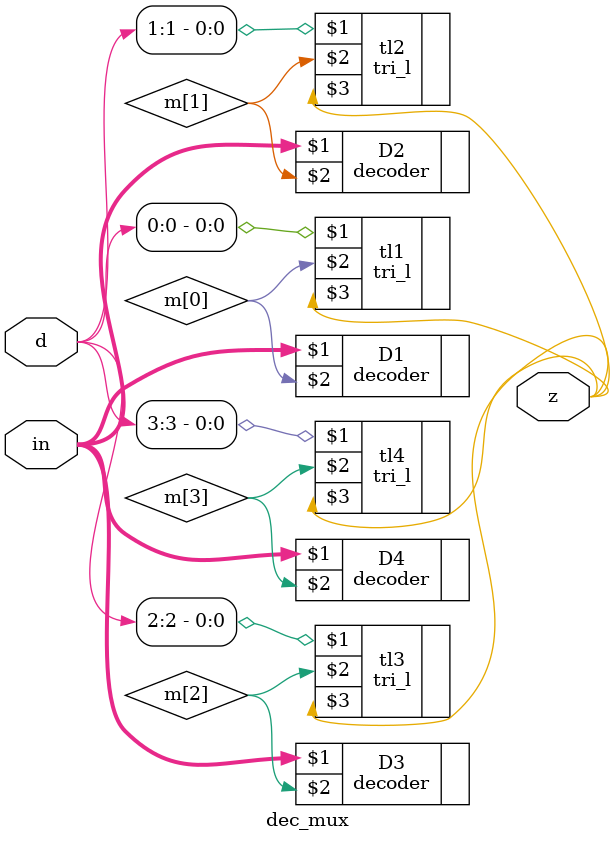
<source format=v>
module dec_mux (input [1:0]in, input [3:0]d, output wor z);


wire m[3:0];
/*wire d[3:0];
initial
begin
//in = 4'b0;
d = 4'b0;
end*/

decoder D1 (in, m[0]);//_in0), .y_out3(m), .y_out2(n), .y_out1(o), .y_out0(p));
decoder D2 (in, m[1]);
decoder D3 (in, m[2]);
decoder D4 (in, m[3]);
tri_l tl1 ( d[0], m[0] , z);
tri_l tl2 ( d[1], m[1] , z);
tri_l tl3 ( d[2], m[2] , z);
tri_l tl4 ( d[3], m[3] , z);

endmodule
</source>
